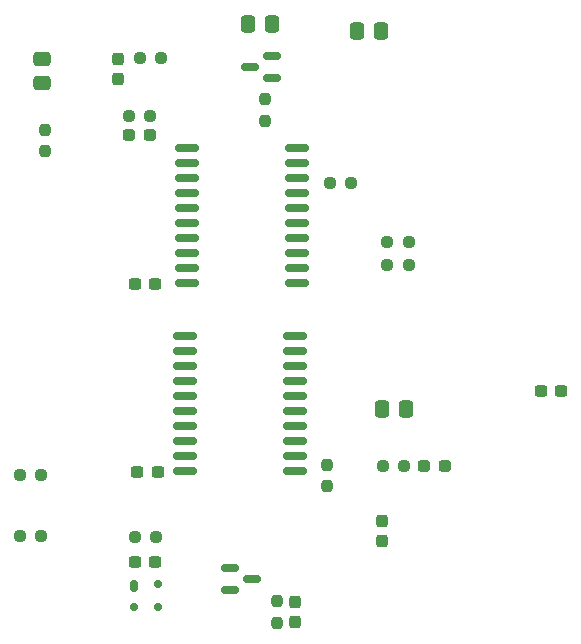
<source format=gbr>
%TF.GenerationSoftware,KiCad,Pcbnew,8.0.8+dfsg-1*%
%TF.CreationDate,2025-02-21T17:29:09+00:00*%
%TF.ProjectId,a4_to_adf10_econet,61345f74-6f5f-4616-9466-31305f65636f,rev?*%
%TF.SameCoordinates,Original*%
%TF.FileFunction,Paste,Top*%
%TF.FilePolarity,Positive*%
%FSLAX46Y46*%
G04 Gerber Fmt 4.6, Leading zero omitted, Abs format (unit mm)*
G04 Created by KiCad (PCBNEW 8.0.8+dfsg-1) date 2025-02-21 17:29:09*
%MOMM*%
%LPD*%
G01*
G04 APERTURE LIST*
G04 Aperture macros list*
%AMRoundRect*
0 Rectangle with rounded corners*
0 $1 Rounding radius*
0 $2 $3 $4 $5 $6 $7 $8 $9 X,Y pos of 4 corners*
0 Add a 4 corners polygon primitive as box body*
4,1,4,$2,$3,$4,$5,$6,$7,$8,$9,$2,$3,0*
0 Add four circle primitives for the rounded corners*
1,1,$1+$1,$2,$3*
1,1,$1+$1,$4,$5*
1,1,$1+$1,$6,$7*
1,1,$1+$1,$8,$9*
0 Add four rect primitives between the rounded corners*
20,1,$1+$1,$2,$3,$4,$5,0*
20,1,$1+$1,$4,$5,$6,$7,0*
20,1,$1+$1,$6,$7,$8,$9,0*
20,1,$1+$1,$8,$9,$2,$3,0*%
G04 Aperture macros list end*
%ADD10RoundRect,0.237500X0.237500X-0.250000X0.237500X0.250000X-0.237500X0.250000X-0.237500X-0.250000X0*%
%ADD11RoundRect,0.150000X-0.587500X-0.150000X0.587500X-0.150000X0.587500X0.150000X-0.587500X0.150000X0*%
%ADD12RoundRect,0.237500X-0.237500X0.287500X-0.237500X-0.287500X0.237500X-0.287500X0.237500X0.287500X0*%
%ADD13RoundRect,0.237500X0.237500X-0.300000X0.237500X0.300000X-0.237500X0.300000X-0.237500X-0.300000X0*%
%ADD14RoundRect,0.250000X-0.475000X0.337500X-0.475000X-0.337500X0.475000X-0.337500X0.475000X0.337500X0*%
%ADD15RoundRect,0.237500X-0.300000X-0.237500X0.300000X-0.237500X0.300000X0.237500X-0.300000X0.237500X0*%
%ADD16RoundRect,0.250000X-0.337500X-0.475000X0.337500X-0.475000X0.337500X0.475000X-0.337500X0.475000X0*%
%ADD17RoundRect,0.250000X0.337500X0.475000X-0.337500X0.475000X-0.337500X-0.475000X0.337500X-0.475000X0*%
%ADD18RoundRect,0.150000X0.587500X0.150000X-0.587500X0.150000X-0.587500X-0.150000X0.587500X-0.150000X0*%
%ADD19RoundRect,0.237500X0.300000X0.237500X-0.300000X0.237500X-0.300000X-0.237500X0.300000X-0.237500X0*%
%ADD20RoundRect,0.237500X-0.250000X-0.237500X0.250000X-0.237500X0.250000X0.237500X-0.250000X0.237500X0*%
%ADD21RoundRect,0.237500X0.287500X0.237500X-0.287500X0.237500X-0.287500X-0.237500X0.287500X-0.237500X0*%
%ADD22RoundRect,0.175000X-0.175000X-0.325000X0.175000X-0.325000X0.175000X0.325000X-0.175000X0.325000X0*%
%ADD23RoundRect,0.150000X-0.200000X-0.150000X0.200000X-0.150000X0.200000X0.150000X-0.200000X0.150000X0*%
%ADD24RoundRect,0.237500X-0.237500X0.250000X-0.237500X-0.250000X0.237500X-0.250000X0.237500X0.250000X0*%
%ADD25RoundRect,0.150000X0.875000X0.150000X-0.875000X0.150000X-0.875000X-0.150000X0.875000X-0.150000X0*%
%ADD26RoundRect,0.237500X0.250000X0.237500X-0.250000X0.237500X-0.250000X-0.237500X0.250000X-0.237500X0*%
%ADD27RoundRect,0.237500X-0.237500X0.300000X-0.237500X-0.300000X0.237500X-0.300000X0.237500X0.300000X0*%
G04 APERTURE END LIST*
D10*
%TO.C,R13*%
X76430000Y-72982500D03*
X76430000Y-71157500D03*
%TD*%
D11*
%TO.C,Q2*%
X72462500Y-68330000D03*
X72462500Y-70230000D03*
X74337500Y-69280000D03*
%TD*%
D12*
%TO.C,D3*%
X78030000Y-72950000D03*
X78030000Y-71200000D03*
%TD*%
D13*
%TO.C,C10*%
X85350000Y-66075000D03*
X85350000Y-64350000D03*
%TD*%
D14*
%TO.C,C9*%
X56600000Y-25212500D03*
X56600000Y-27287500D03*
%TD*%
D15*
%TO.C,C8*%
X98815000Y-53370000D03*
X100540000Y-53370000D03*
%TD*%
D16*
%TO.C,C7*%
X83235000Y-22910000D03*
X85310000Y-22910000D03*
%TD*%
D17*
%TO.C,C6*%
X87425000Y-54850000D03*
X85350000Y-54850000D03*
%TD*%
D18*
%TO.C,Q1*%
X74150000Y-25900000D03*
X76025000Y-24950000D03*
X76025000Y-26850000D03*
%TD*%
D19*
%TO.C,C5*%
X66362500Y-60200000D03*
X64637500Y-60200000D03*
%TD*%
D20*
%TO.C,R11*%
X64437500Y-65700000D03*
X66262500Y-65700000D03*
%TD*%
D21*
%TO.C,D2*%
X65700000Y-31700000D03*
X63950000Y-31700000D03*
%TD*%
D22*
%TO.C,U4*%
X64400000Y-69900000D03*
D23*
X64400000Y-71600000D03*
X66400000Y-71600000D03*
X66400000Y-69700000D03*
%TD*%
D20*
%TO.C,R1*%
X54700000Y-65600000D03*
X56525000Y-65600000D03*
%TD*%
D21*
%TO.C,D1*%
X90696250Y-59700000D03*
X88946250Y-59700000D03*
%TD*%
D10*
%TO.C,R12*%
X80700000Y-61412500D03*
X80700000Y-59587500D03*
%TD*%
D24*
%TO.C,R10*%
X56810000Y-31225000D03*
X56810000Y-33050000D03*
%TD*%
D25*
%TO.C,U2*%
X78150000Y-44215000D03*
X78150000Y-42945000D03*
X78150000Y-41675000D03*
X78150000Y-40405000D03*
X78150000Y-39135000D03*
X78150000Y-37865000D03*
X78150000Y-36595000D03*
X78150000Y-35325000D03*
X78150000Y-34055000D03*
X78150000Y-32785000D03*
X68850000Y-32785000D03*
X68850000Y-34055000D03*
X68850000Y-35325000D03*
X68850000Y-36595000D03*
X68850000Y-37865000D03*
X68850000Y-39135000D03*
X68850000Y-40405000D03*
X68850000Y-41675000D03*
X68850000Y-42945000D03*
X68850000Y-44215000D03*
%TD*%
D19*
%TO.C,C4*%
X66162500Y-67850000D03*
X64437500Y-67850000D03*
%TD*%
D20*
%TO.C,R6*%
X63912500Y-30100000D03*
X65737500Y-30100000D03*
%TD*%
D10*
%TO.C,R4*%
X75450000Y-30462500D03*
X75450000Y-28637500D03*
%TD*%
D26*
%TO.C,R8*%
X87612500Y-40700000D03*
X85787500Y-40700000D03*
%TD*%
D25*
%TO.C,U1*%
X68700000Y-60090000D03*
X68700000Y-58820000D03*
X68700000Y-57550000D03*
X68700000Y-56280000D03*
X68700000Y-55010000D03*
X68700000Y-53740000D03*
X68700000Y-52470000D03*
X68700000Y-51200000D03*
X68700000Y-49930000D03*
X68700000Y-48660000D03*
X78000000Y-48660000D03*
X78000000Y-49930000D03*
X78000000Y-51200000D03*
X78000000Y-52470000D03*
X78000000Y-53740000D03*
X78000000Y-55010000D03*
X78000000Y-56280000D03*
X78000000Y-57550000D03*
X78000000Y-58820000D03*
X78000000Y-60090000D03*
%TD*%
D16*
%TO.C,C2*%
X73987500Y-22240000D03*
X76062500Y-22240000D03*
%TD*%
D26*
%TO.C,R9*%
X82762500Y-35750000D03*
X80937500Y-35750000D03*
%TD*%
%TO.C,R7*%
X87612500Y-42700000D03*
X85787500Y-42700000D03*
%TD*%
%TO.C,R3*%
X66687500Y-25170000D03*
X64862500Y-25170000D03*
%TD*%
D20*
%TO.C,R2*%
X54675000Y-60500000D03*
X56500000Y-60500000D03*
%TD*%
D19*
%TO.C,C3*%
X66162500Y-44320000D03*
X64437500Y-44320000D03*
%TD*%
D27*
%TO.C,C1*%
X63000000Y-25237500D03*
X63000000Y-26962500D03*
%TD*%
D26*
%TO.C,R5*%
X87233750Y-59700000D03*
X85408750Y-59700000D03*
%TD*%
M02*

</source>
